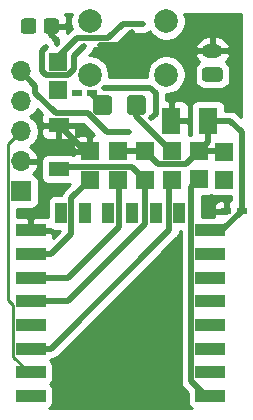
<source format=gbr>
G04 #@! TF.GenerationSoftware,KiCad,Pcbnew,(5.1.9)-1*
G04 #@! TF.CreationDate,2021-03-01T14:20:39+01:00*
G04 #@! TF.ProjectId,button_timer_v1.2.1_lipo,62757474-6f6e-45f7-9469-6d65725f7631,rev?*
G04 #@! TF.SameCoordinates,Original*
G04 #@! TF.FileFunction,Copper,L1,Top*
G04 #@! TF.FilePolarity,Positive*
%FSLAX46Y46*%
G04 Gerber Fmt 4.6, Leading zero omitted, Abs format (unit mm)*
G04 Created by KiCad (PCBNEW (5.1.9)-1) date 2021-03-01 14:20:39*
%MOMM*%
%LPD*%
G01*
G04 APERTURE LIST*
G04 #@! TA.AperFunction,SMDPad,CuDef*
%ADD10R,2.500000X1.000000*%
G04 #@! TD*
G04 #@! TA.AperFunction,SMDPad,CuDef*
%ADD11R,1.000000X1.800000*%
G04 #@! TD*
G04 #@! TA.AperFunction,SMDPad,CuDef*
%ADD12R,1.650000X2.250000*%
G04 #@! TD*
G04 #@! TA.AperFunction,SMDPad,CuDef*
%ADD13R,0.900000X0.620000*%
G04 #@! TD*
G04 #@! TA.AperFunction,SMDPad,CuDef*
%ADD14R,1.500000X1.500000*%
G04 #@! TD*
G04 #@! TA.AperFunction,SMDPad,CuDef*
%ADD15R,1.700000X1.300000*%
G04 #@! TD*
G04 #@! TA.AperFunction,ComponentPad*
%ADD16O,1.700000X1.700000*%
G04 #@! TD*
G04 #@! TA.AperFunction,ComponentPad*
%ADD17R,1.700000X1.700000*%
G04 #@! TD*
G04 #@! TA.AperFunction,ComponentPad*
%ADD18C,2.000000*%
G04 #@! TD*
G04 #@! TA.AperFunction,ComponentPad*
%ADD19O,1.750000X1.200000*%
G04 #@! TD*
G04 #@! TA.AperFunction,ViaPad*
%ADD20C,0.500000*%
G04 #@! TD*
G04 #@! TA.AperFunction,Conductor*
%ADD21C,0.500000*%
G04 #@! TD*
G04 #@! TA.AperFunction,Conductor*
%ADD22C,0.250000*%
G04 #@! TD*
G04 #@! TA.AperFunction,Conductor*
%ADD23C,0.254000*%
G04 #@! TD*
G04 #@! TA.AperFunction,Conductor*
%ADD24C,0.150000*%
G04 #@! TD*
G04 APERTURE END LIST*
D10*
G04 #@! TO.P,X1,22*
G04 #@! TO.N,/TX*
X118000000Y-93700000D03*
G04 #@! TO.P,X1,21*
G04 #@! TO.N,/RX*
X118000000Y-91700000D03*
G04 #@! TO.P,X1,20*
G04 #@! TO.N,/GPIO5*
X118000000Y-89700000D03*
G04 #@! TO.P,X1,19*
G04 #@! TO.N,/GPIO4*
X118000000Y-87700000D03*
G04 #@! TO.P,X1,18*
G04 #@! TO.N,/GPIO0*
X118000000Y-85700000D03*
G04 #@! TO.P,X1,17*
G04 #@! TO.N,/GPIO2*
X118000000Y-83700000D03*
G04 #@! TO.P,X1,16*
G04 #@! TO.N,/GPIO15*
X118000000Y-81700000D03*
G04 #@! TO.P,X1,15*
G04 #@! TO.N,/GND*
X118000000Y-79700000D03*
D11*
G04 #@! TO.P,X1,14*
G04 #@! TO.N,N/C*
X120600000Y-78200000D03*
G04 #@! TO.P,X1,13*
X122600000Y-78200000D03*
G04 #@! TO.P,X1,12*
X124600000Y-78200000D03*
G04 #@! TO.P,X1,11*
X126600000Y-78200000D03*
G04 #@! TO.P,X1,10*
X128600000Y-78200000D03*
G04 #@! TO.P,X1,9*
X130600000Y-78200000D03*
D10*
G04 #@! TO.P,X1,8*
G04 #@! TO.N,/VCC*
X133200000Y-79700000D03*
G04 #@! TO.P,X1,7*
G04 #@! TO.N,N/C*
X133200000Y-81700000D03*
G04 #@! TO.P,X1,6*
X133200000Y-83700000D03*
G04 #@! TO.P,X1,5*
X133200000Y-85700000D03*
G04 #@! TO.P,X1,4*
X133200000Y-87700000D03*
G04 #@! TO.P,X1,3*
G04 #@! TO.N,/EN*
X133200000Y-89700000D03*
G04 #@! TO.P,X1,2*
G04 #@! TO.N,N/C*
X133200000Y-91700000D03*
G04 #@! TO.P,X1,1*
G04 #@! TO.N,/RST*
X133200000Y-93700000D03*
G04 #@! TD*
G04 #@! TO.P,D2,2*
G04 #@! TO.N,Net-(D2-Pad2)*
G04 #@! TA.AperFunction,SMDPad,CuDef*
G36*
G01*
X126154500Y-69663000D02*
X126154500Y-68513000D01*
G75*
G02*
X126404500Y-68263000I250000J0D01*
G01*
X127504500Y-68263000D01*
G75*
G02*
X127754500Y-68513000I0J-250000D01*
G01*
X127754500Y-69663000D01*
G75*
G02*
X127504500Y-69913000I-250000J0D01*
G01*
X126404500Y-69913000D01*
G75*
G02*
X126154500Y-69663000I0J250000D01*
G01*
G37*
G04 #@! TD.AperFunction*
G04 #@! TO.P,D2,1*
G04 #@! TO.N,/GND*
G04 #@! TA.AperFunction,SMDPad,CuDef*
G36*
G01*
X123304500Y-69663000D02*
X123304500Y-68513000D01*
G75*
G02*
X123554500Y-68263000I250000J0D01*
G01*
X124654500Y-68263000D01*
G75*
G02*
X124904500Y-68513000I0J-250000D01*
G01*
X124904500Y-69663000D01*
G75*
G02*
X124654500Y-69913000I-250000J0D01*
G01*
X123554500Y-69913000D01*
G75*
G02*
X123304500Y-69663000I0J250000D01*
G01*
G37*
G04 #@! TD.AperFunction*
G04 #@! TD*
G04 #@! TO.P,D1,2*
G04 #@! TO.N,Net-(D1-Pad2)*
G04 #@! TA.AperFunction,SMDPad,CuDef*
G36*
G01*
X118500000Y-61999999D02*
X118500000Y-62800001D01*
G75*
G02*
X118250001Y-63050000I-249999J0D01*
G01*
X117424999Y-63050000D01*
G75*
G02*
X117175000Y-62800001I0J249999D01*
G01*
X117175000Y-61999999D01*
G75*
G02*
X117424999Y-61750000I249999J0D01*
G01*
X118250001Y-61750000D01*
G75*
G02*
X118500000Y-61999999I0J-249999D01*
G01*
G37*
G04 #@! TD.AperFunction*
G04 #@! TO.P,D1,1*
G04 #@! TO.N,/GND*
G04 #@! TA.AperFunction,SMDPad,CuDef*
G36*
G01*
X120425000Y-61999999D02*
X120425000Y-62800001D01*
G75*
G02*
X120175001Y-63050000I-249999J0D01*
G01*
X119349999Y-63050000D01*
G75*
G02*
X119100000Y-62800001I0J249999D01*
G01*
X119100000Y-61999999D01*
G75*
G02*
X119349999Y-61750000I249999J0D01*
G01*
X120175001Y-61750000D01*
G75*
G02*
X120425000Y-61999999I0J-249999D01*
G01*
G37*
G04 #@! TD.AperFunction*
G04 #@! TD*
D12*
G04 #@! TO.P,C6,2*
G04 #@! TO.N,/GND*
X129925480Y-70429120D03*
G04 #@! TO.P,C6,1*
G04 #@! TO.N,/VCC*
X133025480Y-70429120D03*
G04 #@! TD*
D13*
G04 #@! TO.P,C7,2*
G04 #@! TO.N,/GND*
X134574520Y-78074520D03*
G04 #@! TO.P,C7,1*
G04 #@! TO.N,/VCC*
X135874520Y-78074520D03*
G04 #@! TD*
D14*
G04 #@! TO.P,R9,2*
G04 #@! TO.N,/GPIO5*
X130000000Y-75400000D03*
G04 #@! TO.P,R9,1*
G04 #@! TO.N,Net-(D2-Pad2)*
X130000000Y-73000000D03*
G04 #@! TD*
G04 #@! TO.P,R7,2*
G04 #@! TO.N,Net-(R7-Pad2)*
X120300000Y-67800000D03*
G04 #@! TO.P,R7,1*
G04 #@! TO.N,Net-(R7-Pad1)*
X120300000Y-65400000D03*
G04 #@! TD*
G04 #@! TO.P,R5,2*
G04 #@! TO.N,/GPIO15*
X123000000Y-75400000D03*
G04 #@! TO.P,R5,1*
G04 #@! TO.N,/GND*
X123000000Y-73000000D03*
G04 #@! TD*
G04 #@! TO.P,R4,2*
G04 #@! TO.N,/GPIO0*
X127700000Y-75400000D03*
G04 #@! TO.P,R4,1*
G04 #@! TO.N,/VCC*
X127700000Y-73000000D03*
G04 #@! TD*
G04 #@! TO.P,R3,2*
G04 #@! TO.N,/RST*
X132257800Y-75368000D03*
G04 #@! TO.P,R3,1*
G04 #@! TO.N,/VCC*
X132257800Y-72968000D03*
G04 #@! TD*
G04 #@! TO.P,R2,2*
G04 #@! TO.N,/GPIO2*
X125400000Y-75400000D03*
G04 #@! TO.P,R2,1*
G04 #@! TO.N,/VCC*
X125400000Y-73000000D03*
G04 #@! TD*
G04 #@! TO.P,R1,2*
G04 #@! TO.N,/EN*
X134416800Y-75418800D03*
G04 #@! TO.P,R1,1*
G04 #@! TO.N,/VCC*
X134416800Y-73018800D03*
G04 #@! TD*
D15*
G04 #@! TO.P,SW2,2*
G04 #@! TO.N,/GND*
X120396000Y-70794000D03*
G04 #@! TO.P,SW2,1*
G04 #@! TO.N,/GPIO0*
X120396000Y-74494000D03*
G04 #@! TD*
D16*
G04 #@! TO.P,J1,5*
G04 #@! TO.N,/RST*
X117200000Y-66240000D03*
G04 #@! TO.P,J1,4*
G04 #@! TO.N,/TX*
X117200000Y-68780000D03*
G04 #@! TO.P,J1,3*
G04 #@! TO.N,/RX*
X117200000Y-71320000D03*
G04 #@! TO.P,J1,2*
G04 #@! TO.N,/GND*
X117200000Y-73860000D03*
D17*
G04 #@! TO.P,J1,1*
G04 #@! TO.N,/VCC*
X117200000Y-76400000D03*
G04 #@! TD*
D18*
G04 #@! TO.P,SW1,1*
G04 #@! TO.N,Net-(BT1-Pad1)*
X129500000Y-62000000D03*
G04 #@! TO.P,SW1,2*
G04 #@! TO.N,Net-(R6-Pad2)*
X129500000Y-66500000D03*
G04 #@! TO.P,SW1,1*
G04 #@! TO.N,Net-(BT1-Pad1)*
X123000000Y-62000000D03*
G04 #@! TO.P,SW1,2*
G04 #@! TO.N,Net-(R6-Pad2)*
X123000000Y-66500000D03*
G04 #@! TD*
D13*
G04 #@! TO.P,C4,2*
G04 #@! TO.N,/GND*
X123205000Y-68072000D03*
G04 #@! TO.P,C4,1*
G04 #@! TO.N,/GPIO4*
X121905000Y-68072000D03*
G04 #@! TD*
D19*
G04 #@! TO.P,BT1,2*
G04 #@! TO.N,/GND*
X133400000Y-64500000D03*
G04 #@! TO.P,BT1,1*
G04 #@! TO.N,Net-(BT1-Pad1)*
G04 #@! TA.AperFunction,ComponentPad*
G36*
G01*
X134025001Y-67100000D02*
X132774999Y-67100000D01*
G75*
G02*
X132525000Y-66850001I0J249999D01*
G01*
X132525000Y-66149999D01*
G75*
G02*
X132774999Y-65900000I249999J0D01*
G01*
X134025001Y-65900000D01*
G75*
G02*
X134275000Y-66149999I0J-249999D01*
G01*
X134275000Y-66850001D01*
G75*
G02*
X134025001Y-67100000I-249999J0D01*
G01*
G37*
G04 #@! TD.AperFunction*
G04 #@! TD*
D20*
G04 #@! TO.N,/VCC*
X133100000Y-69700000D03*
X133025480Y-70429120D03*
G04 #@! TO.N,/GND*
X134600000Y-78100000D03*
X118400000Y-79800000D03*
X117400000Y-79700000D03*
X130000000Y-70600000D03*
X130000000Y-69800000D03*
X131200000Y-93800000D03*
X120500000Y-70800000D03*
X123900000Y-64000000D03*
X126600000Y-62900000D03*
X120200000Y-63900000D03*
X124104500Y-69088000D03*
G04 #@! TO.N,/RST*
X133200000Y-93700000D03*
X126300000Y-71400000D03*
X132212900Y-75412900D03*
G04 #@! TO.N,/TX*
X117700000Y-93800000D03*
G04 #@! TO.N,/EN*
X133100000Y-89800000D03*
X134600000Y-75400000D03*
G04 #@! TO.N,Net-(BT1-Pad1)*
X119300000Y-64200000D03*
X122500000Y-64100000D03*
G04 #@! TO.N,Net-(R7-Pad2)*
X120300000Y-67600000D03*
G04 #@! TO.N,/GPIO4*
X118300000Y-87700000D03*
X121900000Y-68100000D03*
X128200000Y-70200000D03*
X124200000Y-67600000D03*
G04 #@! TO.N,Net-(D1-Pad2)*
X117900000Y-62600000D03*
G04 #@! TO.N,Net-(R7-Pad1)*
X127500000Y-62200000D03*
G04 #@! TD*
D21*
G04 #@! TO.N,/VCC*
X134249040Y-79700000D02*
X133200000Y-79700000D01*
X135874520Y-78074520D02*
X134249040Y-79700000D01*
X133025480Y-72200320D02*
X132257800Y-72968000D01*
X133025480Y-70429120D02*
X133025480Y-70429120D01*
X134366000Y-72968000D02*
X134416800Y-73018800D01*
X132257800Y-72968000D02*
X134366000Y-72968000D01*
X125400000Y-73000000D02*
X127700000Y-73000000D01*
X128800001Y-74100001D02*
X127700000Y-73000000D01*
X131125799Y-74100001D02*
X128800001Y-74100001D01*
X132257800Y-72968000D02*
X131125799Y-74100001D01*
X133025480Y-70429120D02*
X133025480Y-72200320D01*
X133025480Y-70429120D02*
X134929120Y-70429120D01*
X135874520Y-71374520D02*
X135874520Y-78074520D01*
X134929120Y-70429120D02*
X135874520Y-71374520D01*
G04 #@! TO.N,/GND*
X119762500Y-62400000D02*
X119762500Y-63162500D01*
X119762500Y-63162500D02*
X120200000Y-63600000D01*
X120200000Y-63600000D02*
X120200000Y-63900000D01*
X120200000Y-63900000D02*
X120200000Y-63900000D01*
X123205000Y-68188500D02*
X124104500Y-69088000D01*
X123205000Y-68072000D02*
X123205000Y-68188500D01*
X124104500Y-69088000D02*
X124104500Y-69088000D01*
X122602000Y-73000000D02*
X120396000Y-70794000D01*
X123000000Y-73000000D02*
X122602000Y-73000000D01*
X125500000Y-64000000D02*
X126600000Y-62900000D01*
X123900000Y-64000000D02*
X125500000Y-64000000D01*
G04 #@! TO.N,/RST*
X132819998Y-93700000D02*
X133200000Y-93700000D01*
X131599999Y-92480001D02*
X132819998Y-93700000D01*
X131599999Y-76025801D02*
X131599999Y-92480001D01*
X132257800Y-75368000D02*
X132212900Y-75412900D01*
X133200000Y-93700000D02*
X133200000Y-93700000D01*
X122836953Y-69793999D02*
X124442954Y-71400000D01*
X120163997Y-69793999D02*
X122836953Y-69793999D01*
X118400001Y-68030003D02*
X120163997Y-69793999D01*
X118400001Y-67440001D02*
X118400001Y-68030003D01*
X117200000Y-66240000D02*
X118400001Y-67440001D01*
X124442954Y-71400000D02*
X126300000Y-71400000D01*
X126300000Y-71400000D02*
X126300000Y-71400000D01*
X132212900Y-75412900D02*
X131599999Y-76025801D01*
D22*
G04 #@! TO.N,/RX*
X117844998Y-91700000D02*
X118000000Y-91700000D01*
X116524999Y-90380001D02*
X117844998Y-91700000D01*
X116524999Y-85997715D02*
X116524999Y-90380001D01*
X116124999Y-72395001D02*
X116124999Y-85597715D01*
X116124999Y-85597715D02*
X116524999Y-85997715D01*
X117200000Y-71320000D02*
X116124999Y-72395001D01*
D21*
G04 #@! TO.N,/GPIO2*
X121130002Y-83700000D02*
X118000000Y-83700000D01*
X125450001Y-79380001D02*
X121130002Y-83700000D01*
X125450001Y-75450001D02*
X125450001Y-79380001D01*
X125400000Y-75400000D02*
X125450001Y-75450001D01*
G04 #@! TO.N,/GPIO0*
X121130002Y-85700000D02*
X118000000Y-85700000D01*
X127700000Y-79130002D02*
X121130002Y-85700000D01*
X127700000Y-75400000D02*
X127700000Y-79130002D01*
X126599999Y-74299999D02*
X127700000Y-75400000D01*
X120590001Y-74299999D02*
X126599999Y-74299999D01*
X120396000Y-74494000D02*
X120590001Y-74299999D01*
G04 #@! TO.N,Net-(BT1-Pad1)*
X119300000Y-64200000D02*
X119000000Y-64500000D01*
X119269999Y-66500001D02*
X121199999Y-66500001D01*
X119000000Y-66230002D02*
X119269999Y-66500001D01*
X119000000Y-64500000D02*
X119000000Y-66230002D01*
X121649999Y-66050001D02*
X121649999Y-64950001D01*
X121199999Y-66500001D02*
X121649999Y-66050001D01*
X121649999Y-64950001D02*
X122500000Y-64100000D01*
X122500000Y-64100000D02*
X122500000Y-64100000D01*
G04 #@! TO.N,/GPIO15*
X119750000Y-81700000D02*
X118000000Y-81700000D01*
X121450001Y-79999999D02*
X119750000Y-81700000D01*
X121450001Y-76949999D02*
X121450001Y-79999999D01*
X123000000Y-75400000D02*
X121450001Y-76949999D01*
G04 #@! TO.N,/GPIO4*
X128200000Y-70200000D02*
X128600000Y-69800000D01*
X128600000Y-69800000D02*
X128600000Y-68100000D01*
X128600000Y-68100000D02*
X128100000Y-67600000D01*
X128100000Y-67600000D02*
X124200000Y-67600000D01*
X124200000Y-67600000D02*
X124200000Y-67600000D01*
G04 #@! TO.N,Net-(D2-Pad2)*
X129916358Y-73000000D02*
X130000000Y-73000000D01*
X126954500Y-70038142D02*
X129916358Y-73000000D01*
X126954500Y-69088000D02*
X126954500Y-70038142D01*
G04 #@! TO.N,/GPIO5*
X119750000Y-89700000D02*
X118000000Y-89700000D01*
X129749999Y-79700001D02*
X119750000Y-89700000D01*
X129749999Y-75650001D02*
X129749999Y-79700001D01*
X130000000Y-75400000D02*
X129749999Y-75650001D01*
G04 #@! TO.N,Net-(R7-Pad1)*
X120300000Y-65400000D02*
X120300000Y-65000000D01*
X121900000Y-63400000D02*
X124600000Y-63400000D01*
X120300000Y-65000000D02*
X121900000Y-63400000D01*
X124600000Y-63400000D02*
X125800000Y-62200000D01*
X125800000Y-62200000D02*
X127500000Y-62200000D01*
X127500000Y-62200000D02*
X127500000Y-62200000D01*
G04 #@! TD*
D23*
G04 #@! TO.N,/GND*
X130715000Y-92436522D02*
X130710718Y-92480001D01*
X130727804Y-92653491D01*
X130778411Y-92820314D01*
X130860589Y-92974060D01*
X130943467Y-93075047D01*
X130943470Y-93075050D01*
X130971183Y-93108818D01*
X131004950Y-93136530D01*
X131311928Y-93443508D01*
X131311928Y-94200000D01*
X131324188Y-94324482D01*
X131360498Y-94444180D01*
X131419463Y-94554494D01*
X131498815Y-94651185D01*
X131595506Y-94730537D01*
X131674947Y-94773000D01*
X119525053Y-94773000D01*
X119604494Y-94730537D01*
X119701185Y-94651185D01*
X119780537Y-94554494D01*
X119839502Y-94444180D01*
X119875812Y-94324482D01*
X119888072Y-94200000D01*
X119888072Y-93200000D01*
X119875812Y-93075518D01*
X119839502Y-92955820D01*
X119780537Y-92845506D01*
X119701185Y-92748815D01*
X119641704Y-92700000D01*
X119701185Y-92651185D01*
X119780537Y-92554494D01*
X119839502Y-92444180D01*
X119875812Y-92324482D01*
X119888072Y-92200000D01*
X119888072Y-91200000D01*
X119875812Y-91075518D01*
X119839502Y-90955820D01*
X119780537Y-90845506D01*
X119701185Y-90748815D01*
X119641704Y-90700000D01*
X119701185Y-90651185D01*
X119752163Y-90589068D01*
X119793469Y-90585000D01*
X119793477Y-90585000D01*
X119923490Y-90572195D01*
X120090313Y-90521589D01*
X120244059Y-90439411D01*
X120378817Y-90328817D01*
X120406534Y-90295044D01*
X130345048Y-80356531D01*
X130378816Y-80328818D01*
X130489410Y-80194060D01*
X130571588Y-80040314D01*
X130622194Y-79873491D01*
X130634999Y-79743478D01*
X130634999Y-79743468D01*
X130635530Y-79738072D01*
X130714999Y-79738072D01*
X130715000Y-92436522D01*
G04 #@! TA.AperFunction,Conductor*
D24*
G36*
X130715000Y-92436522D02*
G01*
X130710718Y-92480001D01*
X130727804Y-92653491D01*
X130778411Y-92820314D01*
X130860589Y-92974060D01*
X130943467Y-93075047D01*
X130943470Y-93075050D01*
X130971183Y-93108818D01*
X131004950Y-93136530D01*
X131311928Y-93443508D01*
X131311928Y-94200000D01*
X131324188Y-94324482D01*
X131360498Y-94444180D01*
X131419463Y-94554494D01*
X131498815Y-94651185D01*
X131595506Y-94730537D01*
X131674947Y-94773000D01*
X119525053Y-94773000D01*
X119604494Y-94730537D01*
X119701185Y-94651185D01*
X119780537Y-94554494D01*
X119839502Y-94444180D01*
X119875812Y-94324482D01*
X119888072Y-94200000D01*
X119888072Y-93200000D01*
X119875812Y-93075518D01*
X119839502Y-92955820D01*
X119780537Y-92845506D01*
X119701185Y-92748815D01*
X119641704Y-92700000D01*
X119701185Y-92651185D01*
X119780537Y-92554494D01*
X119839502Y-92444180D01*
X119875812Y-92324482D01*
X119888072Y-92200000D01*
X119888072Y-91200000D01*
X119875812Y-91075518D01*
X119839502Y-90955820D01*
X119780537Y-90845506D01*
X119701185Y-90748815D01*
X119641704Y-90700000D01*
X119701185Y-90651185D01*
X119752163Y-90589068D01*
X119793469Y-90585000D01*
X119793477Y-90585000D01*
X119923490Y-90572195D01*
X120090313Y-90521589D01*
X120244059Y-90439411D01*
X120378817Y-90328817D01*
X120406534Y-90295044D01*
X130345048Y-80356531D01*
X130378816Y-80328818D01*
X130489410Y-80194060D01*
X130571588Y-80040314D01*
X130622194Y-79873491D01*
X130634999Y-79743478D01*
X130634999Y-79743468D01*
X130635530Y-79738072D01*
X130714999Y-79738072D01*
X130715000Y-92436522D01*
G37*
G04 #@! TD.AperFunction*
D23*
X118978004Y-69859585D02*
X118956498Y-69899820D01*
X118920188Y-70019518D01*
X118907928Y-70144000D01*
X118911000Y-70508250D01*
X119069750Y-70667000D01*
X119998691Y-70667000D01*
X120120520Y-70678999D01*
X120120530Y-70678999D01*
X120163996Y-70683280D01*
X120207463Y-70678999D01*
X122470375Y-70678999D01*
X123405582Y-71614207D01*
X123285750Y-71615000D01*
X123127000Y-71773750D01*
X123127000Y-72873000D01*
X123147000Y-72873000D01*
X123147000Y-73127000D01*
X123127000Y-73127000D01*
X123127000Y-73147000D01*
X122873000Y-73147000D01*
X122873000Y-73127000D01*
X121773750Y-73127000D01*
X121615000Y-73285750D01*
X121614739Y-73325154D01*
X121600494Y-73313463D01*
X121490180Y-73254498D01*
X121370482Y-73218188D01*
X121246000Y-73205928D01*
X119546000Y-73205928D01*
X119421518Y-73218188D01*
X119301820Y-73254498D01*
X119191506Y-73313463D01*
X119094815Y-73392815D01*
X119015463Y-73489506D01*
X118956498Y-73599820D01*
X118920188Y-73719518D01*
X118907928Y-73844000D01*
X118907928Y-75144000D01*
X118920188Y-75268482D01*
X118956498Y-75388180D01*
X119015463Y-75498494D01*
X119094815Y-75595185D01*
X119191506Y-75674537D01*
X119301820Y-75733502D01*
X119421518Y-75769812D01*
X119546000Y-75782072D01*
X121246000Y-75782072D01*
X121370482Y-75769812D01*
X121382149Y-75766273D01*
X120854957Y-76293465D01*
X120821184Y-76321182D01*
X120710590Y-76455941D01*
X120628412Y-76609687D01*
X120612565Y-76661928D01*
X120100000Y-76661928D01*
X119975518Y-76674188D01*
X119855820Y-76710498D01*
X119745506Y-76769463D01*
X119648815Y-76848815D01*
X119569463Y-76945506D01*
X119510498Y-77055820D01*
X119474188Y-77175518D01*
X119461928Y-77300000D01*
X119461928Y-78600714D01*
X119374482Y-78574188D01*
X119250000Y-78561928D01*
X118285750Y-78565000D01*
X118127000Y-78723750D01*
X118127000Y-79573000D01*
X119675397Y-79573000D01*
X119745506Y-79630537D01*
X119855820Y-79689502D01*
X119975518Y-79725812D01*
X120100000Y-79738072D01*
X120460349Y-79738072D01*
X119876017Y-80322405D01*
X119888072Y-80200000D01*
X119885000Y-79985750D01*
X119726250Y-79827000D01*
X118127000Y-79827000D01*
X118127000Y-79847000D01*
X117873000Y-79847000D01*
X117873000Y-79827000D01*
X117853000Y-79827000D01*
X117853000Y-79573000D01*
X117873000Y-79573000D01*
X117873000Y-78723750D01*
X117714250Y-78565000D01*
X116884999Y-78562358D01*
X116884999Y-77888072D01*
X118050000Y-77888072D01*
X118174482Y-77875812D01*
X118294180Y-77839502D01*
X118404494Y-77780537D01*
X118501185Y-77701185D01*
X118580537Y-77604494D01*
X118639502Y-77494180D01*
X118675812Y-77374482D01*
X118688072Y-77250000D01*
X118688072Y-75550000D01*
X118675812Y-75425518D01*
X118639502Y-75305820D01*
X118580537Y-75195506D01*
X118501185Y-75098815D01*
X118404494Y-75019463D01*
X118294180Y-74960498D01*
X118213534Y-74936034D01*
X118297588Y-74860269D01*
X118471641Y-74626920D01*
X118596825Y-74364099D01*
X118641476Y-74216890D01*
X118520155Y-73987000D01*
X117327000Y-73987000D01*
X117327000Y-74007000D01*
X117073000Y-74007000D01*
X117073000Y-73987000D01*
X117053000Y-73987000D01*
X117053000Y-73733000D01*
X117073000Y-73733000D01*
X117073000Y-73713000D01*
X117327000Y-73713000D01*
X117327000Y-73733000D01*
X118520155Y-73733000D01*
X118641476Y-73503110D01*
X118596825Y-73355901D01*
X118471641Y-73093080D01*
X118297588Y-72859731D01*
X118081355Y-72664822D01*
X117964466Y-72595195D01*
X118146632Y-72473475D01*
X118353475Y-72266632D01*
X118364588Y-72250000D01*
X121611928Y-72250000D01*
X121615000Y-72714250D01*
X121773750Y-72873000D01*
X122873000Y-72873000D01*
X122873000Y-71773750D01*
X122714250Y-71615000D01*
X122250000Y-71611928D01*
X122125518Y-71624188D01*
X122005820Y-71660498D01*
X121895506Y-71719463D01*
X121798815Y-71798815D01*
X121719463Y-71895506D01*
X121660498Y-72005820D01*
X121624188Y-72125518D01*
X121611928Y-72250000D01*
X118364588Y-72250000D01*
X118515990Y-72023411D01*
X118627932Y-71753158D01*
X118685000Y-71466260D01*
X118685000Y-71444000D01*
X118907928Y-71444000D01*
X118920188Y-71568482D01*
X118956498Y-71688180D01*
X119015463Y-71798494D01*
X119094815Y-71895185D01*
X119191506Y-71974537D01*
X119301820Y-72033502D01*
X119421518Y-72069812D01*
X119546000Y-72082072D01*
X120110250Y-72079000D01*
X120269000Y-71920250D01*
X120269000Y-70921000D01*
X120523000Y-70921000D01*
X120523000Y-71920250D01*
X120681750Y-72079000D01*
X121246000Y-72082072D01*
X121370482Y-72069812D01*
X121490180Y-72033502D01*
X121600494Y-71974537D01*
X121697185Y-71895185D01*
X121776537Y-71798494D01*
X121835502Y-71688180D01*
X121871812Y-71568482D01*
X121884072Y-71444000D01*
X121881000Y-71079750D01*
X121722250Y-70921000D01*
X120523000Y-70921000D01*
X120269000Y-70921000D01*
X119069750Y-70921000D01*
X118911000Y-71079750D01*
X118907928Y-71444000D01*
X118685000Y-71444000D01*
X118685000Y-71173740D01*
X118627932Y-70886842D01*
X118515990Y-70616589D01*
X118353475Y-70373368D01*
X118146632Y-70166525D01*
X117972240Y-70050000D01*
X118146632Y-69933475D01*
X118353475Y-69726632D01*
X118515990Y-69483411D01*
X118541132Y-69422712D01*
X118978004Y-69859585D01*
G04 #@! TA.AperFunction,Conductor*
D24*
G36*
X118978004Y-69859585D02*
G01*
X118956498Y-69899820D01*
X118920188Y-70019518D01*
X118907928Y-70144000D01*
X118911000Y-70508250D01*
X119069750Y-70667000D01*
X119998691Y-70667000D01*
X120120520Y-70678999D01*
X120120530Y-70678999D01*
X120163996Y-70683280D01*
X120207463Y-70678999D01*
X122470375Y-70678999D01*
X123405582Y-71614207D01*
X123285750Y-71615000D01*
X123127000Y-71773750D01*
X123127000Y-72873000D01*
X123147000Y-72873000D01*
X123147000Y-73127000D01*
X123127000Y-73127000D01*
X123127000Y-73147000D01*
X122873000Y-73147000D01*
X122873000Y-73127000D01*
X121773750Y-73127000D01*
X121615000Y-73285750D01*
X121614739Y-73325154D01*
X121600494Y-73313463D01*
X121490180Y-73254498D01*
X121370482Y-73218188D01*
X121246000Y-73205928D01*
X119546000Y-73205928D01*
X119421518Y-73218188D01*
X119301820Y-73254498D01*
X119191506Y-73313463D01*
X119094815Y-73392815D01*
X119015463Y-73489506D01*
X118956498Y-73599820D01*
X118920188Y-73719518D01*
X118907928Y-73844000D01*
X118907928Y-75144000D01*
X118920188Y-75268482D01*
X118956498Y-75388180D01*
X119015463Y-75498494D01*
X119094815Y-75595185D01*
X119191506Y-75674537D01*
X119301820Y-75733502D01*
X119421518Y-75769812D01*
X119546000Y-75782072D01*
X121246000Y-75782072D01*
X121370482Y-75769812D01*
X121382149Y-75766273D01*
X120854957Y-76293465D01*
X120821184Y-76321182D01*
X120710590Y-76455941D01*
X120628412Y-76609687D01*
X120612565Y-76661928D01*
X120100000Y-76661928D01*
X119975518Y-76674188D01*
X119855820Y-76710498D01*
X119745506Y-76769463D01*
X119648815Y-76848815D01*
X119569463Y-76945506D01*
X119510498Y-77055820D01*
X119474188Y-77175518D01*
X119461928Y-77300000D01*
X119461928Y-78600714D01*
X119374482Y-78574188D01*
X119250000Y-78561928D01*
X118285750Y-78565000D01*
X118127000Y-78723750D01*
X118127000Y-79573000D01*
X119675397Y-79573000D01*
X119745506Y-79630537D01*
X119855820Y-79689502D01*
X119975518Y-79725812D01*
X120100000Y-79738072D01*
X120460349Y-79738072D01*
X119876017Y-80322405D01*
X119888072Y-80200000D01*
X119885000Y-79985750D01*
X119726250Y-79827000D01*
X118127000Y-79827000D01*
X118127000Y-79847000D01*
X117873000Y-79847000D01*
X117873000Y-79827000D01*
X117853000Y-79827000D01*
X117853000Y-79573000D01*
X117873000Y-79573000D01*
X117873000Y-78723750D01*
X117714250Y-78565000D01*
X116884999Y-78562358D01*
X116884999Y-77888072D01*
X118050000Y-77888072D01*
X118174482Y-77875812D01*
X118294180Y-77839502D01*
X118404494Y-77780537D01*
X118501185Y-77701185D01*
X118580537Y-77604494D01*
X118639502Y-77494180D01*
X118675812Y-77374482D01*
X118688072Y-77250000D01*
X118688072Y-75550000D01*
X118675812Y-75425518D01*
X118639502Y-75305820D01*
X118580537Y-75195506D01*
X118501185Y-75098815D01*
X118404494Y-75019463D01*
X118294180Y-74960498D01*
X118213534Y-74936034D01*
X118297588Y-74860269D01*
X118471641Y-74626920D01*
X118596825Y-74364099D01*
X118641476Y-74216890D01*
X118520155Y-73987000D01*
X117327000Y-73987000D01*
X117327000Y-74007000D01*
X117073000Y-74007000D01*
X117073000Y-73987000D01*
X117053000Y-73987000D01*
X117053000Y-73733000D01*
X117073000Y-73733000D01*
X117073000Y-73713000D01*
X117327000Y-73713000D01*
X117327000Y-73733000D01*
X118520155Y-73733000D01*
X118641476Y-73503110D01*
X118596825Y-73355901D01*
X118471641Y-73093080D01*
X118297588Y-72859731D01*
X118081355Y-72664822D01*
X117964466Y-72595195D01*
X118146632Y-72473475D01*
X118353475Y-72266632D01*
X118364588Y-72250000D01*
X121611928Y-72250000D01*
X121615000Y-72714250D01*
X121773750Y-72873000D01*
X122873000Y-72873000D01*
X122873000Y-71773750D01*
X122714250Y-71615000D01*
X122250000Y-71611928D01*
X122125518Y-71624188D01*
X122005820Y-71660498D01*
X121895506Y-71719463D01*
X121798815Y-71798815D01*
X121719463Y-71895506D01*
X121660498Y-72005820D01*
X121624188Y-72125518D01*
X121611928Y-72250000D01*
X118364588Y-72250000D01*
X118515990Y-72023411D01*
X118627932Y-71753158D01*
X118685000Y-71466260D01*
X118685000Y-71444000D01*
X118907928Y-71444000D01*
X118920188Y-71568482D01*
X118956498Y-71688180D01*
X119015463Y-71798494D01*
X119094815Y-71895185D01*
X119191506Y-71974537D01*
X119301820Y-72033502D01*
X119421518Y-72069812D01*
X119546000Y-72082072D01*
X120110250Y-72079000D01*
X120269000Y-71920250D01*
X120269000Y-70921000D01*
X120523000Y-70921000D01*
X120523000Y-71920250D01*
X120681750Y-72079000D01*
X121246000Y-72082072D01*
X121370482Y-72069812D01*
X121490180Y-72033502D01*
X121600494Y-71974537D01*
X121697185Y-71895185D01*
X121776537Y-71798494D01*
X121835502Y-71688180D01*
X121871812Y-71568482D01*
X121884072Y-71444000D01*
X121881000Y-71079750D01*
X121722250Y-70921000D01*
X120523000Y-70921000D01*
X120269000Y-70921000D01*
X119069750Y-70921000D01*
X118911000Y-71079750D01*
X118907928Y-71444000D01*
X118685000Y-71444000D01*
X118685000Y-71173740D01*
X118627932Y-70886842D01*
X118515990Y-70616589D01*
X118353475Y-70373368D01*
X118146632Y-70166525D01*
X117972240Y-70050000D01*
X118146632Y-69933475D01*
X118353475Y-69726632D01*
X118515990Y-69483411D01*
X118541132Y-69422712D01*
X118978004Y-69859585D01*
G37*
G04 #@! TD.AperFunction*
D23*
X133312306Y-76699337D02*
X133422620Y-76758302D01*
X133542318Y-76794612D01*
X133666800Y-76806872D01*
X134989521Y-76806872D01*
X134989521Y-77127103D01*
X134860270Y-77129520D01*
X134701520Y-77288270D01*
X134701520Y-77947520D01*
X134721520Y-77947520D01*
X134721520Y-77975941D01*
X134475941Y-78221520D01*
X134447520Y-78221520D01*
X134447520Y-78201520D01*
X133648270Y-78201520D01*
X133489520Y-78360270D01*
X133486448Y-78384520D01*
X133498708Y-78509002D01*
X133514763Y-78561928D01*
X132484999Y-78561928D01*
X132484999Y-77764520D01*
X133486448Y-77764520D01*
X133489520Y-77788770D01*
X133648270Y-77947520D01*
X134447520Y-77947520D01*
X134447520Y-77288270D01*
X134288770Y-77129520D01*
X134124520Y-77126448D01*
X134000038Y-77138708D01*
X133880340Y-77175018D01*
X133770026Y-77233983D01*
X133673335Y-77313335D01*
X133593983Y-77410026D01*
X133535018Y-77520340D01*
X133498708Y-77640038D01*
X133486448Y-77764520D01*
X132484999Y-77764520D01*
X132484999Y-76756072D01*
X133007800Y-76756072D01*
X133132282Y-76743812D01*
X133251980Y-76707502D01*
X133294537Y-76684754D01*
X133312306Y-76699337D01*
G04 #@! TA.AperFunction,Conductor*
D24*
G36*
X133312306Y-76699337D02*
G01*
X133422620Y-76758302D01*
X133542318Y-76794612D01*
X133666800Y-76806872D01*
X134989521Y-76806872D01*
X134989521Y-77127103D01*
X134860270Y-77129520D01*
X134701520Y-77288270D01*
X134701520Y-77947520D01*
X134721520Y-77947520D01*
X134721520Y-77975941D01*
X134475941Y-78221520D01*
X134447520Y-78221520D01*
X134447520Y-78201520D01*
X133648270Y-78201520D01*
X133489520Y-78360270D01*
X133486448Y-78384520D01*
X133498708Y-78509002D01*
X133514763Y-78561928D01*
X132484999Y-78561928D01*
X132484999Y-77764520D01*
X133486448Y-77764520D01*
X133489520Y-77788770D01*
X133648270Y-77947520D01*
X134447520Y-77947520D01*
X134447520Y-77288270D01*
X134288770Y-77129520D01*
X134124520Y-77126448D01*
X134000038Y-77138708D01*
X133880340Y-77175018D01*
X133770026Y-77233983D01*
X133673335Y-77313335D01*
X133593983Y-77410026D01*
X133535018Y-77520340D01*
X133498708Y-77640038D01*
X133486448Y-77764520D01*
X132484999Y-77764520D01*
X132484999Y-76756072D01*
X133007800Y-76756072D01*
X133132282Y-76743812D01*
X133251980Y-76707502D01*
X133294537Y-76684754D01*
X133312306Y-76699337D01*
G37*
G04 #@! TD.AperFunction*
D23*
X135840001Y-70088422D02*
X135585654Y-69834076D01*
X135557937Y-69800303D01*
X135423179Y-69689709D01*
X135269433Y-69607531D01*
X135102610Y-69556925D01*
X134972597Y-69544120D01*
X134972589Y-69544120D01*
X134929120Y-69539839D01*
X134885651Y-69544120D01*
X134488552Y-69544120D01*
X134488552Y-69304120D01*
X134476292Y-69179638D01*
X134439982Y-69059940D01*
X134381017Y-68949626D01*
X134301665Y-68852935D01*
X134204974Y-68773583D01*
X134094660Y-68714618D01*
X133974962Y-68678308D01*
X133850480Y-68666048D01*
X132200480Y-68666048D01*
X132075998Y-68678308D01*
X131956300Y-68714618D01*
X131845986Y-68773583D01*
X131749295Y-68852935D01*
X131669943Y-68949626D01*
X131610978Y-69059940D01*
X131574668Y-69179638D01*
X131562408Y-69304120D01*
X131562408Y-71554120D01*
X131564950Y-71579928D01*
X131507800Y-71579928D01*
X131384817Y-71592040D01*
X131388552Y-71554120D01*
X131385480Y-70714870D01*
X131226730Y-70556120D01*
X130052480Y-70556120D01*
X130052480Y-70576120D01*
X129798480Y-70576120D01*
X129798480Y-70556120D01*
X129778480Y-70556120D01*
X129778480Y-70302120D01*
X129798480Y-70302120D01*
X129798480Y-68827870D01*
X130052480Y-68827870D01*
X130052480Y-70302120D01*
X131226730Y-70302120D01*
X131385480Y-70143370D01*
X131388552Y-69304120D01*
X131376292Y-69179638D01*
X131339982Y-69059940D01*
X131281017Y-68949626D01*
X131201665Y-68852935D01*
X131104974Y-68773583D01*
X130994660Y-68714618D01*
X130874962Y-68678308D01*
X130750480Y-68666048D01*
X130211230Y-68669120D01*
X130052480Y-68827870D01*
X129798480Y-68827870D01*
X129639730Y-68669120D01*
X129485000Y-68668239D01*
X129485000Y-68143469D01*
X129485834Y-68135000D01*
X129661033Y-68135000D01*
X129976912Y-68072168D01*
X130274463Y-67948918D01*
X130542252Y-67769987D01*
X130769987Y-67542252D01*
X130948918Y-67274463D01*
X131072168Y-66976912D01*
X131135000Y-66661033D01*
X131135000Y-66338967D01*
X131097413Y-66149999D01*
X131886928Y-66149999D01*
X131886928Y-66850001D01*
X131903992Y-67023255D01*
X131954528Y-67189851D01*
X132036595Y-67343387D01*
X132147038Y-67477962D01*
X132281613Y-67588405D01*
X132435149Y-67670472D01*
X132601745Y-67721008D01*
X132774999Y-67738072D01*
X134025001Y-67738072D01*
X134198255Y-67721008D01*
X134364851Y-67670472D01*
X134518387Y-67588405D01*
X134652962Y-67477962D01*
X134763405Y-67343387D01*
X134845472Y-67189851D01*
X134896008Y-67023255D01*
X134913072Y-66850001D01*
X134913072Y-66149999D01*
X134896008Y-65976745D01*
X134845472Y-65810149D01*
X134763405Y-65656613D01*
X134652962Y-65522038D01*
X134518387Y-65411595D01*
X134513594Y-65409033D01*
X134638078Y-65283474D01*
X134772421Y-65080533D01*
X134864591Y-64855282D01*
X134868462Y-64817609D01*
X134743731Y-64627000D01*
X133527000Y-64627000D01*
X133527000Y-64647000D01*
X133273000Y-64647000D01*
X133273000Y-64627000D01*
X132056269Y-64627000D01*
X131931538Y-64817609D01*
X131935409Y-64855282D01*
X132027579Y-65080533D01*
X132161922Y-65283474D01*
X132286406Y-65409033D01*
X132281613Y-65411595D01*
X132147038Y-65522038D01*
X132036595Y-65656613D01*
X131954528Y-65810149D01*
X131903992Y-65976745D01*
X131886928Y-66149999D01*
X131097413Y-66149999D01*
X131072168Y-66023088D01*
X130948918Y-65725537D01*
X130769987Y-65457748D01*
X130542252Y-65230013D01*
X130274463Y-65051082D01*
X129976912Y-64927832D01*
X129661033Y-64865000D01*
X129338967Y-64865000D01*
X129023088Y-64927832D01*
X128725537Y-65051082D01*
X128457748Y-65230013D01*
X128230013Y-65457748D01*
X128051082Y-65725537D01*
X127927832Y-66023088D01*
X127865000Y-66338967D01*
X127865000Y-66661033D01*
X127875735Y-66715000D01*
X124624265Y-66715000D01*
X124635000Y-66661033D01*
X124635000Y-66338967D01*
X124572168Y-66023088D01*
X124448918Y-65725537D01*
X124269987Y-65457748D01*
X124042252Y-65230013D01*
X123774463Y-65051082D01*
X123476912Y-64927832D01*
X123161033Y-64865000D01*
X122986579Y-64865000D01*
X123095049Y-64756530D01*
X123128817Y-64728817D01*
X123156532Y-64695047D01*
X123187424Y-64664155D01*
X123211696Y-64627830D01*
X123239410Y-64594060D01*
X123239411Y-64594059D01*
X123260004Y-64555533D01*
X123284277Y-64519205D01*
X123300999Y-64478835D01*
X123321589Y-64440313D01*
X123334269Y-64398513D01*
X123350990Y-64358145D01*
X123359513Y-64315296D01*
X123368704Y-64285000D01*
X124556531Y-64285000D01*
X124600000Y-64289281D01*
X124643469Y-64285000D01*
X124643477Y-64285000D01*
X124773490Y-64272195D01*
X124940313Y-64221589D01*
X125013648Y-64182391D01*
X131931538Y-64182391D01*
X132056269Y-64373000D01*
X133273000Y-64373000D01*
X133273000Y-63265000D01*
X133527000Y-63265000D01*
X133527000Y-64373000D01*
X134743731Y-64373000D01*
X134868462Y-64182391D01*
X134864591Y-64144718D01*
X134772421Y-63919467D01*
X134638078Y-63716526D01*
X134466725Y-63543693D01*
X134264946Y-63407610D01*
X134040496Y-63313507D01*
X133802000Y-63265000D01*
X133527000Y-63265000D01*
X133273000Y-63265000D01*
X132998000Y-63265000D01*
X132759504Y-63313507D01*
X132535054Y-63407610D01*
X132333275Y-63543693D01*
X132161922Y-63716526D01*
X132027579Y-63919467D01*
X131935409Y-64144718D01*
X131931538Y-64182391D01*
X125013648Y-64182391D01*
X125094059Y-64139411D01*
X125228817Y-64028817D01*
X125256534Y-63995044D01*
X126166579Y-63085000D01*
X127587165Y-63085000D01*
X127630013Y-63076477D01*
X127673490Y-63072195D01*
X127715295Y-63059513D01*
X127758145Y-63050990D01*
X127798513Y-63034269D01*
X127840313Y-63021589D01*
X127878835Y-63000999D01*
X127919205Y-62984277D01*
X127955533Y-62960004D01*
X127994059Y-62939411D01*
X128027829Y-62911696D01*
X128064155Y-62887424D01*
X128095049Y-62856530D01*
X128102068Y-62850769D01*
X128230013Y-63042252D01*
X128457748Y-63269987D01*
X128725537Y-63448918D01*
X129023088Y-63572168D01*
X129338967Y-63635000D01*
X129661033Y-63635000D01*
X129976912Y-63572168D01*
X130274463Y-63448918D01*
X130542252Y-63269987D01*
X130769987Y-63042252D01*
X130948918Y-62774463D01*
X131072168Y-62476912D01*
X131135000Y-62161033D01*
X131135000Y-61838967D01*
X131072168Y-61523088D01*
X131017455Y-61391000D01*
X135840000Y-61391000D01*
X135840001Y-70088422D01*
G04 #@! TA.AperFunction,Conductor*
D24*
G36*
X135840001Y-70088422D02*
G01*
X135585654Y-69834076D01*
X135557937Y-69800303D01*
X135423179Y-69689709D01*
X135269433Y-69607531D01*
X135102610Y-69556925D01*
X134972597Y-69544120D01*
X134972589Y-69544120D01*
X134929120Y-69539839D01*
X134885651Y-69544120D01*
X134488552Y-69544120D01*
X134488552Y-69304120D01*
X134476292Y-69179638D01*
X134439982Y-69059940D01*
X134381017Y-68949626D01*
X134301665Y-68852935D01*
X134204974Y-68773583D01*
X134094660Y-68714618D01*
X133974962Y-68678308D01*
X133850480Y-68666048D01*
X132200480Y-68666048D01*
X132075998Y-68678308D01*
X131956300Y-68714618D01*
X131845986Y-68773583D01*
X131749295Y-68852935D01*
X131669943Y-68949626D01*
X131610978Y-69059940D01*
X131574668Y-69179638D01*
X131562408Y-69304120D01*
X131562408Y-71554120D01*
X131564950Y-71579928D01*
X131507800Y-71579928D01*
X131384817Y-71592040D01*
X131388552Y-71554120D01*
X131385480Y-70714870D01*
X131226730Y-70556120D01*
X130052480Y-70556120D01*
X130052480Y-70576120D01*
X129798480Y-70576120D01*
X129798480Y-70556120D01*
X129778480Y-70556120D01*
X129778480Y-70302120D01*
X129798480Y-70302120D01*
X129798480Y-68827870D01*
X130052480Y-68827870D01*
X130052480Y-70302120D01*
X131226730Y-70302120D01*
X131385480Y-70143370D01*
X131388552Y-69304120D01*
X131376292Y-69179638D01*
X131339982Y-69059940D01*
X131281017Y-68949626D01*
X131201665Y-68852935D01*
X131104974Y-68773583D01*
X130994660Y-68714618D01*
X130874962Y-68678308D01*
X130750480Y-68666048D01*
X130211230Y-68669120D01*
X130052480Y-68827870D01*
X129798480Y-68827870D01*
X129639730Y-68669120D01*
X129485000Y-68668239D01*
X129485000Y-68143469D01*
X129485834Y-68135000D01*
X129661033Y-68135000D01*
X129976912Y-68072168D01*
X130274463Y-67948918D01*
X130542252Y-67769987D01*
X130769987Y-67542252D01*
X130948918Y-67274463D01*
X131072168Y-66976912D01*
X131135000Y-66661033D01*
X131135000Y-66338967D01*
X131097413Y-66149999D01*
X131886928Y-66149999D01*
X131886928Y-66850001D01*
X131903992Y-67023255D01*
X131954528Y-67189851D01*
X132036595Y-67343387D01*
X132147038Y-67477962D01*
X132281613Y-67588405D01*
X132435149Y-67670472D01*
X132601745Y-67721008D01*
X132774999Y-67738072D01*
X134025001Y-67738072D01*
X134198255Y-67721008D01*
X134364851Y-67670472D01*
X134518387Y-67588405D01*
X134652962Y-67477962D01*
X134763405Y-67343387D01*
X134845472Y-67189851D01*
X134896008Y-67023255D01*
X134913072Y-66850001D01*
X134913072Y-66149999D01*
X134896008Y-65976745D01*
X134845472Y-65810149D01*
X134763405Y-65656613D01*
X134652962Y-65522038D01*
X134518387Y-65411595D01*
X134513594Y-65409033D01*
X134638078Y-65283474D01*
X134772421Y-65080533D01*
X134864591Y-64855282D01*
X134868462Y-64817609D01*
X134743731Y-64627000D01*
X133527000Y-64627000D01*
X133527000Y-64647000D01*
X133273000Y-64647000D01*
X133273000Y-64627000D01*
X132056269Y-64627000D01*
X131931538Y-64817609D01*
X131935409Y-64855282D01*
X132027579Y-65080533D01*
X132161922Y-65283474D01*
X132286406Y-65409033D01*
X132281613Y-65411595D01*
X132147038Y-65522038D01*
X132036595Y-65656613D01*
X131954528Y-65810149D01*
X131903992Y-65976745D01*
X131886928Y-66149999D01*
X131097413Y-66149999D01*
X131072168Y-66023088D01*
X130948918Y-65725537D01*
X130769987Y-65457748D01*
X130542252Y-65230013D01*
X130274463Y-65051082D01*
X129976912Y-64927832D01*
X129661033Y-64865000D01*
X129338967Y-64865000D01*
X129023088Y-64927832D01*
X128725537Y-65051082D01*
X128457748Y-65230013D01*
X128230013Y-65457748D01*
X128051082Y-65725537D01*
X127927832Y-66023088D01*
X127865000Y-66338967D01*
X127865000Y-66661033D01*
X127875735Y-66715000D01*
X124624265Y-66715000D01*
X124635000Y-66661033D01*
X124635000Y-66338967D01*
X124572168Y-66023088D01*
X124448918Y-65725537D01*
X124269987Y-65457748D01*
X124042252Y-65230013D01*
X123774463Y-65051082D01*
X123476912Y-64927832D01*
X123161033Y-64865000D01*
X122986579Y-64865000D01*
X123095049Y-64756530D01*
X123128817Y-64728817D01*
X123156532Y-64695047D01*
X123187424Y-64664155D01*
X123211696Y-64627830D01*
X123239410Y-64594060D01*
X123239411Y-64594059D01*
X123260004Y-64555533D01*
X123284277Y-64519205D01*
X123300999Y-64478835D01*
X123321589Y-64440313D01*
X123334269Y-64398513D01*
X123350990Y-64358145D01*
X123359513Y-64315296D01*
X123368704Y-64285000D01*
X124556531Y-64285000D01*
X124600000Y-64289281D01*
X124643469Y-64285000D01*
X124643477Y-64285000D01*
X124773490Y-64272195D01*
X124940313Y-64221589D01*
X125013648Y-64182391D01*
X131931538Y-64182391D01*
X132056269Y-64373000D01*
X133273000Y-64373000D01*
X133273000Y-63265000D01*
X133527000Y-63265000D01*
X133527000Y-64373000D01*
X134743731Y-64373000D01*
X134868462Y-64182391D01*
X134864591Y-64144718D01*
X134772421Y-63919467D01*
X134638078Y-63716526D01*
X134466725Y-63543693D01*
X134264946Y-63407610D01*
X134040496Y-63313507D01*
X133802000Y-63265000D01*
X133527000Y-63265000D01*
X133273000Y-63265000D01*
X132998000Y-63265000D01*
X132759504Y-63313507D01*
X132535054Y-63407610D01*
X132333275Y-63543693D01*
X132161922Y-63716526D01*
X132027579Y-63919467D01*
X131935409Y-64144718D01*
X131931538Y-64182391D01*
X125013648Y-64182391D01*
X125094059Y-64139411D01*
X125228817Y-64028817D01*
X125256534Y-63995044D01*
X126166579Y-63085000D01*
X127587165Y-63085000D01*
X127630013Y-63076477D01*
X127673490Y-63072195D01*
X127715295Y-63059513D01*
X127758145Y-63050990D01*
X127798513Y-63034269D01*
X127840313Y-63021589D01*
X127878835Y-63000999D01*
X127919205Y-62984277D01*
X127955533Y-62960004D01*
X127994059Y-62939411D01*
X128027829Y-62911696D01*
X128064155Y-62887424D01*
X128095049Y-62856530D01*
X128102068Y-62850769D01*
X128230013Y-63042252D01*
X128457748Y-63269987D01*
X128725537Y-63448918D01*
X129023088Y-63572168D01*
X129338967Y-63635000D01*
X129661033Y-63635000D01*
X129976912Y-63572168D01*
X130274463Y-63448918D01*
X130542252Y-63269987D01*
X130769987Y-63042252D01*
X130948918Y-62774463D01*
X131072168Y-62476912D01*
X131135000Y-62161033D01*
X131135000Y-61838967D01*
X131072168Y-61523088D01*
X131017455Y-61391000D01*
X135840000Y-61391000D01*
X135840001Y-70088422D01*
G37*
G04 #@! TD.AperFunction*
D23*
X124231500Y-68961000D02*
X124251500Y-68961000D01*
X124251500Y-69215000D01*
X124231500Y-69215000D01*
X124231500Y-69235000D01*
X123977500Y-69235000D01*
X123977500Y-69215000D01*
X123957500Y-69215000D01*
X123957500Y-68961000D01*
X123977500Y-68961000D01*
X123977500Y-68941000D01*
X124231500Y-68941000D01*
X124231500Y-68961000D01*
G04 #@! TA.AperFunction,Conductor*
D24*
G36*
X124231500Y-68961000D02*
G01*
X124251500Y-68961000D01*
X124251500Y-69215000D01*
X124231500Y-69215000D01*
X124231500Y-69235000D01*
X123977500Y-69235000D01*
X123977500Y-69215000D01*
X123957500Y-69215000D01*
X123957500Y-68961000D01*
X123977500Y-68961000D01*
X123977500Y-68941000D01*
X124231500Y-68941000D01*
X124231500Y-68961000D01*
G37*
G04 #@! TD.AperFunction*
D23*
X120048250Y-63685000D02*
X120360872Y-63687549D01*
X120137979Y-63910443D01*
X120134265Y-63901478D01*
X120121588Y-63859687D01*
X120101002Y-63821174D01*
X120084277Y-63780795D01*
X120059997Y-63744457D01*
X120039410Y-63705942D01*
X120011702Y-63672180D01*
X119987424Y-63635845D01*
X119956527Y-63604948D01*
X119928817Y-63571183D01*
X119895052Y-63543473D01*
X119889502Y-63537923D01*
X119889502Y-63526252D01*
X120048250Y-63685000D01*
G04 #@! TA.AperFunction,Conductor*
D24*
G36*
X120048250Y-63685000D02*
G01*
X120360872Y-63687549D01*
X120137979Y-63910443D01*
X120134265Y-63901478D01*
X120121588Y-63859687D01*
X120101002Y-63821174D01*
X120084277Y-63780795D01*
X120059997Y-63744457D01*
X120039410Y-63705942D01*
X120011702Y-63672180D01*
X119987424Y-63635845D01*
X119956527Y-63604948D01*
X119928817Y-63571183D01*
X119895052Y-63543473D01*
X119889502Y-63537923D01*
X119889502Y-63526252D01*
X120048250Y-63685000D01*
G37*
G04 #@! TD.AperFunction*
D23*
X121427832Y-61523088D02*
X121365000Y-61838967D01*
X121365000Y-62161033D01*
X121427832Y-62476912D01*
X121486154Y-62617715D01*
X121483366Y-62619205D01*
X121405941Y-62660589D01*
X121304953Y-62743468D01*
X121304951Y-62743470D01*
X121271183Y-62771183D01*
X121243470Y-62804951D01*
X121062531Y-62985890D01*
X121060000Y-62685750D01*
X120901250Y-62527000D01*
X119889500Y-62527000D01*
X119889500Y-62547000D01*
X119635500Y-62547000D01*
X119635500Y-62527000D01*
X119615500Y-62527000D01*
X119615500Y-62273000D01*
X119635500Y-62273000D01*
X119635500Y-62253000D01*
X119889500Y-62253000D01*
X119889500Y-62273000D01*
X120901250Y-62273000D01*
X121060000Y-62114250D01*
X121063072Y-61750000D01*
X121050812Y-61625518D01*
X121014502Y-61505820D01*
X120955537Y-61395506D01*
X120951839Y-61391000D01*
X121482545Y-61391000D01*
X121427832Y-61523088D01*
G04 #@! TA.AperFunction,Conductor*
D24*
G36*
X121427832Y-61523088D02*
G01*
X121365000Y-61838967D01*
X121365000Y-62161033D01*
X121427832Y-62476912D01*
X121486154Y-62617715D01*
X121483366Y-62619205D01*
X121405941Y-62660589D01*
X121304953Y-62743468D01*
X121304951Y-62743470D01*
X121271183Y-62771183D01*
X121243470Y-62804951D01*
X121062531Y-62985890D01*
X121060000Y-62685750D01*
X120901250Y-62527000D01*
X119889500Y-62527000D01*
X119889500Y-62547000D01*
X119635500Y-62547000D01*
X119635500Y-62527000D01*
X119615500Y-62527000D01*
X119615500Y-62273000D01*
X119635500Y-62273000D01*
X119635500Y-62253000D01*
X119889500Y-62253000D01*
X119889500Y-62273000D01*
X120901250Y-62273000D01*
X121060000Y-62114250D01*
X121063072Y-61750000D01*
X121050812Y-61625518D01*
X121014502Y-61505820D01*
X120955537Y-61395506D01*
X120951839Y-61391000D01*
X121482545Y-61391000D01*
X121427832Y-61523088D01*
G37*
G04 #@! TD.AperFunction*
G04 #@! TD*
M02*

</source>
